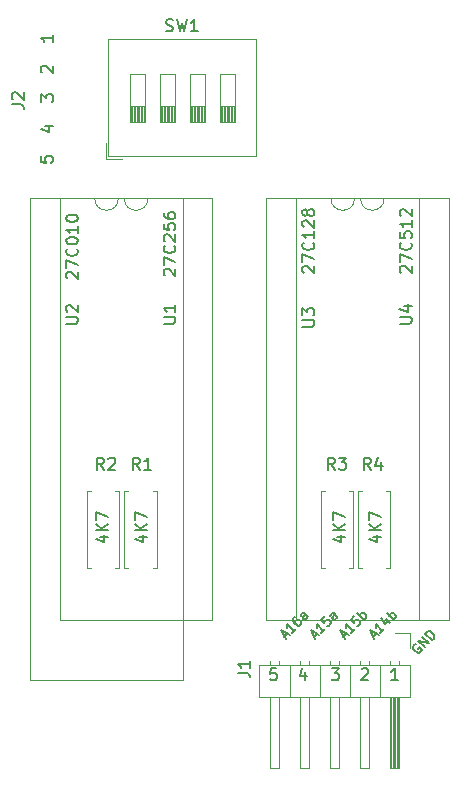
<source format=gto>
G04 #@! TF.GenerationSoftware,KiCad,Pcbnew,(5.1.6)-1*
G04 #@! TF.CreationDate,2020-07-20T19:56:41+03:00*
G04 #@! TF.ProjectId,CPC_MultiROM_01,4350435f-4d75-46c7-9469-524f4d5f3031,rev?*
G04 #@! TF.SameCoordinates,Original*
G04 #@! TF.FileFunction,Legend,Top*
G04 #@! TF.FilePolarity,Positive*
%FSLAX46Y46*%
G04 Gerber Fmt 4.6, Leading zero omitted, Abs format (unit mm)*
G04 Created by KiCad (PCBNEW (5.1.6)-1) date 2020-07-20 19:56:41*
%MOMM*%
%LPD*%
G01*
G04 APERTURE LIST*
%ADD10C,0.150000*%
%ADD11C,0.120000*%
G04 APERTURE END LIST*
D10*
X125552380Y-64111904D02*
X125552380Y-64588095D01*
X126028571Y-64635714D01*
X125980952Y-64588095D01*
X125933333Y-64492857D01*
X125933333Y-64254761D01*
X125980952Y-64159523D01*
X126028571Y-64111904D01*
X126123809Y-64064285D01*
X126361904Y-64064285D01*
X126457142Y-64111904D01*
X126504761Y-64159523D01*
X126552380Y-64254761D01*
X126552380Y-64492857D01*
X126504761Y-64588095D01*
X126457142Y-64635714D01*
X125935714Y-61559523D02*
X126602380Y-61559523D01*
X125554761Y-61797619D02*
X126269047Y-62035714D01*
X126269047Y-61416666D01*
X125602380Y-59483333D02*
X125602380Y-58864285D01*
X125983333Y-59197619D01*
X125983333Y-59054761D01*
X126030952Y-58959523D01*
X126078571Y-58911904D01*
X126173809Y-58864285D01*
X126411904Y-58864285D01*
X126507142Y-58911904D01*
X126554761Y-58959523D01*
X126602380Y-59054761D01*
X126602380Y-59340476D01*
X126554761Y-59435714D01*
X126507142Y-59483333D01*
X125647619Y-56985714D02*
X125600000Y-56938095D01*
X125552380Y-56842857D01*
X125552380Y-56604761D01*
X125600000Y-56509523D01*
X125647619Y-56461904D01*
X125742857Y-56414285D01*
X125838095Y-56414285D01*
X125980952Y-56461904D01*
X126552380Y-57033333D01*
X126552380Y-56414285D01*
X126552380Y-53814285D02*
X126552380Y-54385714D01*
X126552380Y-54100000D02*
X125552380Y-54100000D01*
X125695238Y-54195238D01*
X125790476Y-54290476D01*
X125838095Y-54385714D01*
X155785714Y-108452380D02*
X155214285Y-108452380D01*
X155500000Y-108452380D02*
X155500000Y-107452380D01*
X155404761Y-107595238D01*
X155309523Y-107690476D01*
X155214285Y-107738095D01*
X152714285Y-107547619D02*
X152761904Y-107500000D01*
X152857142Y-107452380D01*
X153095238Y-107452380D01*
X153190476Y-107500000D01*
X153238095Y-107547619D01*
X153285714Y-107642857D01*
X153285714Y-107738095D01*
X153238095Y-107880952D01*
X152666666Y-108452380D01*
X153285714Y-108452380D01*
X150166666Y-107452380D02*
X150785714Y-107452380D01*
X150452380Y-107833333D01*
X150595238Y-107833333D01*
X150690476Y-107880952D01*
X150738095Y-107928571D01*
X150785714Y-108023809D01*
X150785714Y-108261904D01*
X150738095Y-108357142D01*
X150690476Y-108404761D01*
X150595238Y-108452380D01*
X150309523Y-108452380D01*
X150214285Y-108404761D01*
X150166666Y-108357142D01*
X147940476Y-107785714D02*
X147940476Y-108452380D01*
X147702380Y-107404761D02*
X147464285Y-108119047D01*
X148083333Y-108119047D01*
X145488095Y-107452380D02*
X145011904Y-107452380D01*
X144964285Y-107928571D01*
X145011904Y-107880952D01*
X145107142Y-107833333D01*
X145345238Y-107833333D01*
X145440476Y-107880952D01*
X145488095Y-107928571D01*
X145535714Y-108023809D01*
X145535714Y-108261904D01*
X145488095Y-108357142D01*
X145440476Y-108404761D01*
X145345238Y-108452380D01*
X145107142Y-108452380D01*
X145011904Y-108404761D01*
X144964285Y-108357142D01*
X157286158Y-105398155D02*
X157205346Y-105425093D01*
X157124534Y-105505905D01*
X157070659Y-105613654D01*
X157070659Y-105721404D01*
X157097597Y-105802216D01*
X157178409Y-105936903D01*
X157259221Y-106017715D01*
X157393908Y-106098528D01*
X157474720Y-106125465D01*
X157582470Y-106125465D01*
X157690219Y-106071590D01*
X157744094Y-106017715D01*
X157797969Y-105909966D01*
X157797969Y-105856091D01*
X157609407Y-105667529D01*
X157501658Y-105775279D01*
X158094280Y-105667529D02*
X157528595Y-105101844D01*
X158417529Y-105344280D01*
X157851844Y-104778595D01*
X158686903Y-105074906D02*
X158121218Y-104509221D01*
X158255905Y-104374534D01*
X158363654Y-104320659D01*
X158471404Y-104320659D01*
X158552216Y-104347597D01*
X158686903Y-104428409D01*
X158767715Y-104509221D01*
X158848528Y-104643908D01*
X158875465Y-104724720D01*
X158875465Y-104832470D01*
X158821590Y-104940219D01*
X158686903Y-105074906D01*
X153664940Y-104773621D02*
X153934314Y-104504247D01*
X153772690Y-104989120D02*
X153395566Y-104234873D01*
X154149813Y-104611996D01*
X154634687Y-104127123D02*
X154311438Y-104450372D01*
X154473062Y-104288748D02*
X153907377Y-103723062D01*
X153934314Y-103857749D01*
X153934314Y-103965499D01*
X153907377Y-104046311D01*
X154742436Y-103265126D02*
X155119560Y-103642250D01*
X154392250Y-103184314D02*
X154661624Y-103723062D01*
X155011810Y-103372876D01*
X155415871Y-103345938D02*
X154850186Y-102780253D01*
X155065685Y-102995752D02*
X155092622Y-102914940D01*
X155200372Y-102807190D01*
X155281184Y-102780253D01*
X155335059Y-102780253D01*
X155415871Y-102807190D01*
X155577496Y-102968815D01*
X155604433Y-103049627D01*
X155604433Y-103103502D01*
X155577496Y-103184314D01*
X155469746Y-103292064D01*
X155388934Y-103319001D01*
X151164940Y-104773621D02*
X151434314Y-104504247D01*
X151272690Y-104989120D02*
X150895566Y-104234873D01*
X151649813Y-104611996D01*
X152134687Y-104127123D02*
X151811438Y-104450372D01*
X151973062Y-104288748D02*
X151407377Y-103723062D01*
X151434314Y-103857749D01*
X151434314Y-103965499D01*
X151407377Y-104046311D01*
X152080812Y-103049627D02*
X151811438Y-103319001D01*
X152053874Y-103615312D01*
X152053874Y-103561438D01*
X152080812Y-103480625D01*
X152215499Y-103345938D01*
X152296311Y-103319001D01*
X152350186Y-103319001D01*
X152430998Y-103345938D01*
X152565685Y-103480625D01*
X152592622Y-103561438D01*
X152592622Y-103615312D01*
X152565685Y-103696125D01*
X152430998Y-103830812D01*
X152350186Y-103857749D01*
X152296311Y-103857749D01*
X152915871Y-103345938D02*
X152350186Y-102780253D01*
X152565685Y-102995752D02*
X152592622Y-102914940D01*
X152700372Y-102807190D01*
X152781184Y-102780253D01*
X152835059Y-102780253D01*
X152915871Y-102807190D01*
X153077496Y-102968815D01*
X153104433Y-103049627D01*
X153104433Y-103103502D01*
X153077496Y-103184314D01*
X152969746Y-103292064D01*
X152888934Y-103319001D01*
X146164940Y-104773621D02*
X146434314Y-104504247D01*
X146272690Y-104989120D02*
X145895566Y-104234873D01*
X146649813Y-104611996D01*
X147134687Y-104127123D02*
X146811438Y-104450372D01*
X146973062Y-104288748D02*
X146407377Y-103723062D01*
X146434314Y-103857749D01*
X146434314Y-103965499D01*
X146407377Y-104046311D01*
X147053874Y-103076564D02*
X146946125Y-103184314D01*
X146919187Y-103265126D01*
X146919187Y-103319001D01*
X146946125Y-103453688D01*
X147026937Y-103588375D01*
X147242436Y-103803874D01*
X147323248Y-103830812D01*
X147377123Y-103830812D01*
X147457935Y-103803874D01*
X147565685Y-103696125D01*
X147592622Y-103615312D01*
X147592622Y-103561438D01*
X147565685Y-103480625D01*
X147430998Y-103345938D01*
X147350186Y-103319001D01*
X147296311Y-103319001D01*
X147215499Y-103345938D01*
X147107749Y-103453688D01*
X147080812Y-103534500D01*
X147080812Y-103588375D01*
X147107749Y-103669187D01*
X148158308Y-103103502D02*
X147861996Y-102807190D01*
X147781184Y-102780253D01*
X147700372Y-102807190D01*
X147592622Y-102914940D01*
X147565685Y-102995752D01*
X148131370Y-103076564D02*
X148104433Y-103157377D01*
X147969746Y-103292064D01*
X147888934Y-103319001D01*
X147808122Y-103292064D01*
X147754247Y-103238189D01*
X147727309Y-103157377D01*
X147754247Y-103076564D01*
X147888934Y-102941877D01*
X147915871Y-102861065D01*
X148664940Y-104773621D02*
X148934314Y-104504247D01*
X148772690Y-104989120D02*
X148395566Y-104234873D01*
X149149813Y-104611996D01*
X149634687Y-104127123D02*
X149311438Y-104450372D01*
X149473062Y-104288748D02*
X148907377Y-103723062D01*
X148934314Y-103857749D01*
X148934314Y-103965499D01*
X148907377Y-104046311D01*
X149580812Y-103049627D02*
X149311438Y-103319001D01*
X149553874Y-103615312D01*
X149553874Y-103561438D01*
X149580812Y-103480625D01*
X149715499Y-103345938D01*
X149796311Y-103319001D01*
X149850186Y-103319001D01*
X149930998Y-103345938D01*
X150065685Y-103480625D01*
X150092622Y-103561438D01*
X150092622Y-103615312D01*
X150065685Y-103696125D01*
X149930998Y-103830812D01*
X149850186Y-103857749D01*
X149796311Y-103857749D01*
X150658308Y-103103502D02*
X150361996Y-102807190D01*
X150281184Y-102780253D01*
X150200372Y-102807190D01*
X150092622Y-102914940D01*
X150065685Y-102995752D01*
X150631370Y-103076564D02*
X150604433Y-103157377D01*
X150469746Y-103292064D01*
X150388934Y-103319001D01*
X150308122Y-103292064D01*
X150254247Y-103238189D01*
X150227309Y-103157377D01*
X150254247Y-103076564D01*
X150388934Y-102941877D01*
X150415871Y-102861065D01*
D11*
X152710000Y-98960000D02*
X152380000Y-98960000D01*
X152380000Y-98960000D02*
X152380000Y-92420000D01*
X152380000Y-92420000D02*
X152710000Y-92420000D01*
X154790000Y-98960000D02*
X155120000Y-98960000D01*
X155120000Y-98960000D02*
X155120000Y-92420000D01*
X155120000Y-92420000D02*
X154790000Y-92420000D01*
X149582000Y-98960000D02*
X149252000Y-98960000D01*
X149252000Y-98960000D02*
X149252000Y-92420000D01*
X149252000Y-92420000D02*
X149582000Y-92420000D01*
X151662000Y-98960000D02*
X151992000Y-98960000D01*
X151992000Y-98960000D02*
X151992000Y-92420000D01*
X151992000Y-92420000D02*
X151662000Y-92420000D01*
X129770000Y-98960000D02*
X129440000Y-98960000D01*
X129440000Y-98960000D02*
X129440000Y-92420000D01*
X129440000Y-92420000D02*
X129770000Y-92420000D01*
X131850000Y-98960000D02*
X132180000Y-98960000D01*
X132180000Y-98960000D02*
X132180000Y-92420000D01*
X132180000Y-92420000D02*
X131850000Y-92420000D01*
X132960000Y-98960000D02*
X132630000Y-98960000D01*
X132630000Y-98960000D02*
X132630000Y-92420000D01*
X132630000Y-92420000D02*
X132960000Y-92420000D01*
X135040000Y-98960000D02*
X135370000Y-98960000D01*
X135370000Y-98960000D02*
X135370000Y-92420000D01*
X135370000Y-92420000D02*
X135040000Y-92420000D01*
X131280000Y-64090000D02*
X131280000Y-54190000D01*
X143740000Y-64090000D02*
X143740000Y-54190000D01*
X131280000Y-64090000D02*
X143740000Y-64090000D01*
X131280000Y-54190000D02*
X143740000Y-54190000D01*
X131040000Y-64330000D02*
X131040000Y-62946000D01*
X131040000Y-64330000D02*
X132423000Y-64330000D01*
X133065000Y-61170000D02*
X134335000Y-61170000D01*
X134335000Y-61170000D02*
X134335000Y-57110000D01*
X134335000Y-57110000D02*
X133065000Y-57110000D01*
X133065000Y-57110000D02*
X133065000Y-61170000D01*
X133185000Y-61170000D02*
X133185000Y-59816667D01*
X133305000Y-61170000D02*
X133305000Y-59816667D01*
X133425000Y-61170000D02*
X133425000Y-59816667D01*
X133545000Y-61170000D02*
X133545000Y-59816667D01*
X133665000Y-61170000D02*
X133665000Y-59816667D01*
X133785000Y-61170000D02*
X133785000Y-59816667D01*
X133905000Y-61170000D02*
X133905000Y-59816667D01*
X134025000Y-61170000D02*
X134025000Y-59816667D01*
X134145000Y-61170000D02*
X134145000Y-59816667D01*
X134265000Y-61170000D02*
X134265000Y-59816667D01*
X133065000Y-59816667D02*
X134335000Y-59816667D01*
X135605000Y-61170000D02*
X136875000Y-61170000D01*
X136875000Y-61170000D02*
X136875000Y-57110000D01*
X136875000Y-57110000D02*
X135605000Y-57110000D01*
X135605000Y-57110000D02*
X135605000Y-61170000D01*
X135725000Y-61170000D02*
X135725000Y-59816667D01*
X135845000Y-61170000D02*
X135845000Y-59816667D01*
X135965000Y-61170000D02*
X135965000Y-59816667D01*
X136085000Y-61170000D02*
X136085000Y-59816667D01*
X136205000Y-61170000D02*
X136205000Y-59816667D01*
X136325000Y-61170000D02*
X136325000Y-59816667D01*
X136445000Y-61170000D02*
X136445000Y-59816667D01*
X136565000Y-61170000D02*
X136565000Y-59816667D01*
X136685000Y-61170000D02*
X136685000Y-59816667D01*
X136805000Y-61170000D02*
X136805000Y-59816667D01*
X135605000Y-59816667D02*
X136875000Y-59816667D01*
X138145000Y-61170000D02*
X139415000Y-61170000D01*
X139415000Y-61170000D02*
X139415000Y-57110000D01*
X139415000Y-57110000D02*
X138145000Y-57110000D01*
X138145000Y-57110000D02*
X138145000Y-61170000D01*
X138265000Y-61170000D02*
X138265000Y-59816667D01*
X138385000Y-61170000D02*
X138385000Y-59816667D01*
X138505000Y-61170000D02*
X138505000Y-59816667D01*
X138625000Y-61170000D02*
X138625000Y-59816667D01*
X138745000Y-61170000D02*
X138745000Y-59816667D01*
X138865000Y-61170000D02*
X138865000Y-59816667D01*
X138985000Y-61170000D02*
X138985000Y-59816667D01*
X139105000Y-61170000D02*
X139105000Y-59816667D01*
X139225000Y-61170000D02*
X139225000Y-59816667D01*
X139345000Y-61170000D02*
X139345000Y-59816667D01*
X138145000Y-59816667D02*
X139415000Y-59816667D01*
X140685000Y-61170000D02*
X141955000Y-61170000D01*
X141955000Y-61170000D02*
X141955000Y-57110000D01*
X141955000Y-57110000D02*
X140685000Y-57110000D01*
X140685000Y-57110000D02*
X140685000Y-61170000D01*
X140805000Y-61170000D02*
X140805000Y-59816667D01*
X140925000Y-61170000D02*
X140925000Y-59816667D01*
X141045000Y-61170000D02*
X141045000Y-59816667D01*
X141165000Y-61170000D02*
X141165000Y-59816667D01*
X141285000Y-61170000D02*
X141285000Y-59816667D01*
X141405000Y-61170000D02*
X141405000Y-59816667D01*
X141525000Y-61170000D02*
X141525000Y-59816667D01*
X141645000Y-61170000D02*
X141645000Y-59816667D01*
X141765000Y-61170000D02*
X141765000Y-59816667D01*
X141885000Y-61170000D02*
X141885000Y-59816667D01*
X140685000Y-59816667D02*
X141955000Y-59816667D01*
X150120000Y-67670000D02*
X144660000Y-67670000D01*
X144660000Y-67670000D02*
X144660000Y-103350000D01*
X144660000Y-103350000D02*
X157580000Y-103350000D01*
X157580000Y-103350000D02*
X157580000Y-67670000D01*
X157580000Y-67670000D02*
X152120000Y-67670000D01*
X152120000Y-67670000D02*
G75*
G02*
X150120000Y-67670000I-1000000J0D01*
G01*
X156830000Y-107190000D02*
X144010000Y-107190000D01*
X144010000Y-107190000D02*
X144010000Y-109850000D01*
X144010000Y-109850000D02*
X156830000Y-109850000D01*
X156830000Y-109850000D02*
X156830000Y-107190000D01*
X155880000Y-109850000D02*
X155880000Y-115850000D01*
X155880000Y-115850000D02*
X155120000Y-115850000D01*
X155120000Y-115850000D02*
X155120000Y-109850000D01*
X155820000Y-109850000D02*
X155820000Y-115850000D01*
X155700000Y-109850000D02*
X155700000Y-115850000D01*
X155580000Y-109850000D02*
X155580000Y-115850000D01*
X155460000Y-109850000D02*
X155460000Y-115850000D01*
X155340000Y-109850000D02*
X155340000Y-115850000D01*
X155220000Y-109850000D02*
X155220000Y-115850000D01*
X155880000Y-106860000D02*
X155880000Y-107190000D01*
X155120000Y-106860000D02*
X155120000Y-107190000D01*
X154230000Y-107190000D02*
X154230000Y-109850000D01*
X153340000Y-109850000D02*
X153340000Y-115850000D01*
X153340000Y-115850000D02*
X152580000Y-115850000D01*
X152580000Y-115850000D02*
X152580000Y-109850000D01*
X153340000Y-106792929D02*
X153340000Y-107190000D01*
X152580000Y-106792929D02*
X152580000Y-107190000D01*
X151690000Y-107190000D02*
X151690000Y-109850000D01*
X150800000Y-109850000D02*
X150800000Y-115850000D01*
X150800000Y-115850000D02*
X150040000Y-115850000D01*
X150040000Y-115850000D02*
X150040000Y-109850000D01*
X150800000Y-106792929D02*
X150800000Y-107190000D01*
X150040000Y-106792929D02*
X150040000Y-107190000D01*
X149150000Y-107190000D02*
X149150000Y-109850000D01*
X148260000Y-109850000D02*
X148260000Y-115850000D01*
X148260000Y-115850000D02*
X147500000Y-115850000D01*
X147500000Y-115850000D02*
X147500000Y-109850000D01*
X148260000Y-106792929D02*
X148260000Y-107190000D01*
X147500000Y-106792929D02*
X147500000Y-107190000D01*
X146610000Y-107190000D02*
X146610000Y-109850000D01*
X145720000Y-109850000D02*
X145720000Y-115850000D01*
X145720000Y-115850000D02*
X144960000Y-115850000D01*
X144960000Y-115850000D02*
X144960000Y-109850000D01*
X145720000Y-106792929D02*
X145720000Y-107190000D01*
X144960000Y-106792929D02*
X144960000Y-107190000D01*
X155500000Y-104480000D02*
X156770000Y-104480000D01*
X156770000Y-104480000D02*
X156770000Y-105750000D01*
X152620000Y-67670000D02*
X147160000Y-67670000D01*
X147160000Y-67670000D02*
X147160000Y-103350000D01*
X147160000Y-103350000D02*
X160080000Y-103350000D01*
X160080000Y-103350000D02*
X160080000Y-67670000D01*
X160080000Y-67670000D02*
X154620000Y-67670000D01*
X154620000Y-67670000D02*
G75*
G02*
X152620000Y-67670000I-1000000J0D01*
G01*
X130120000Y-67670000D02*
X124660000Y-67670000D01*
X124660000Y-67670000D02*
X124660000Y-108430000D01*
X124660000Y-108430000D02*
X137580000Y-108430000D01*
X137580000Y-108430000D02*
X137580000Y-67670000D01*
X137580000Y-67670000D02*
X132120000Y-67670000D01*
X132120000Y-67670000D02*
G75*
G02*
X130120000Y-67670000I-1000000J0D01*
G01*
X132620000Y-67670000D02*
X127160000Y-67670000D01*
X127160000Y-67670000D02*
X127160000Y-103350000D01*
X127160000Y-103350000D02*
X140080000Y-103350000D01*
X140080000Y-103350000D02*
X140080000Y-67670000D01*
X140080000Y-67670000D02*
X134620000Y-67670000D01*
X134620000Y-67670000D02*
G75*
G02*
X132620000Y-67670000I-1000000J0D01*
G01*
D10*
X153503333Y-90622380D02*
X153170000Y-90146190D01*
X152931904Y-90622380D02*
X152931904Y-89622380D01*
X153312857Y-89622380D01*
X153408095Y-89670000D01*
X153455714Y-89717619D01*
X153503333Y-89812857D01*
X153503333Y-89955714D01*
X153455714Y-90050952D01*
X153408095Y-90098571D01*
X153312857Y-90146190D01*
X152931904Y-90146190D01*
X154360476Y-89955714D02*
X154360476Y-90622380D01*
X154122380Y-89574761D02*
X153884285Y-90289047D01*
X154503333Y-90289047D01*
X153709714Y-96289714D02*
X154376380Y-96289714D01*
X153328761Y-96527809D02*
X154043047Y-96765904D01*
X154043047Y-96146857D01*
X154376380Y-95765904D02*
X153376380Y-95765904D01*
X154376380Y-95194476D02*
X153804952Y-95623047D01*
X153376380Y-95194476D02*
X153947809Y-95765904D01*
X153376380Y-94861142D02*
X153376380Y-94194476D01*
X154376380Y-94623047D01*
X150455333Y-90622380D02*
X150122000Y-90146190D01*
X149883904Y-90622380D02*
X149883904Y-89622380D01*
X150264857Y-89622380D01*
X150360095Y-89670000D01*
X150407714Y-89717619D01*
X150455333Y-89812857D01*
X150455333Y-89955714D01*
X150407714Y-90050952D01*
X150360095Y-90098571D01*
X150264857Y-90146190D01*
X149883904Y-90146190D01*
X150788666Y-89622380D02*
X151407714Y-89622380D01*
X151074380Y-90003333D01*
X151217238Y-90003333D01*
X151312476Y-90050952D01*
X151360095Y-90098571D01*
X151407714Y-90193809D01*
X151407714Y-90431904D01*
X151360095Y-90527142D01*
X151312476Y-90574761D01*
X151217238Y-90622380D01*
X150931523Y-90622380D01*
X150836285Y-90574761D01*
X150788666Y-90527142D01*
X150661714Y-96289714D02*
X151328380Y-96289714D01*
X150280761Y-96527809D02*
X150995047Y-96765904D01*
X150995047Y-96146857D01*
X151328380Y-95765904D02*
X150328380Y-95765904D01*
X151328380Y-95194476D02*
X150756952Y-95623047D01*
X150328380Y-95194476D02*
X150899809Y-95765904D01*
X150328380Y-94861142D02*
X150328380Y-94194476D01*
X151328380Y-94623047D01*
X130897333Y-90622380D02*
X130564000Y-90146190D01*
X130325904Y-90622380D02*
X130325904Y-89622380D01*
X130706857Y-89622380D01*
X130802095Y-89670000D01*
X130849714Y-89717619D01*
X130897333Y-89812857D01*
X130897333Y-89955714D01*
X130849714Y-90050952D01*
X130802095Y-90098571D01*
X130706857Y-90146190D01*
X130325904Y-90146190D01*
X131278285Y-89717619D02*
X131325904Y-89670000D01*
X131421142Y-89622380D01*
X131659238Y-89622380D01*
X131754476Y-89670000D01*
X131802095Y-89717619D01*
X131849714Y-89812857D01*
X131849714Y-89908095D01*
X131802095Y-90050952D01*
X131230666Y-90622380D01*
X131849714Y-90622380D01*
X130595714Y-96289714D02*
X131262380Y-96289714D01*
X130214761Y-96527809D02*
X130929047Y-96765904D01*
X130929047Y-96146857D01*
X131262380Y-95765904D02*
X130262380Y-95765904D01*
X131262380Y-95194476D02*
X130690952Y-95623047D01*
X130262380Y-95194476D02*
X130833809Y-95765904D01*
X130262380Y-94861142D02*
X130262380Y-94194476D01*
X131262380Y-94623047D01*
X133945333Y-90622380D02*
X133612000Y-90146190D01*
X133373904Y-90622380D02*
X133373904Y-89622380D01*
X133754857Y-89622380D01*
X133850095Y-89670000D01*
X133897714Y-89717619D01*
X133945333Y-89812857D01*
X133945333Y-89955714D01*
X133897714Y-90050952D01*
X133850095Y-90098571D01*
X133754857Y-90146190D01*
X133373904Y-90146190D01*
X134897714Y-90622380D02*
X134326285Y-90622380D01*
X134612000Y-90622380D02*
X134612000Y-89622380D01*
X134516761Y-89765238D01*
X134421523Y-89860476D01*
X134326285Y-89908095D01*
X133897714Y-96289714D02*
X134564380Y-96289714D01*
X133516761Y-96527809D02*
X134231047Y-96765904D01*
X134231047Y-96146857D01*
X134564380Y-95765904D02*
X133564380Y-95765904D01*
X134564380Y-95194476D02*
X133992952Y-95623047D01*
X133564380Y-95194476D02*
X134135809Y-95765904D01*
X133564380Y-94861142D02*
X133564380Y-94194476D01*
X134564380Y-94623047D01*
X136166666Y-53454761D02*
X136309523Y-53502380D01*
X136547619Y-53502380D01*
X136642857Y-53454761D01*
X136690476Y-53407142D01*
X136738095Y-53311904D01*
X136738095Y-53216666D01*
X136690476Y-53121428D01*
X136642857Y-53073809D01*
X136547619Y-53026190D01*
X136357142Y-52978571D01*
X136261904Y-52930952D01*
X136214285Y-52883333D01*
X136166666Y-52788095D01*
X136166666Y-52692857D01*
X136214285Y-52597619D01*
X136261904Y-52550000D01*
X136357142Y-52502380D01*
X136595238Y-52502380D01*
X136738095Y-52550000D01*
X137071428Y-52502380D02*
X137309523Y-53502380D01*
X137500000Y-52788095D01*
X137690476Y-53502380D01*
X137928571Y-52502380D01*
X138833333Y-53502380D02*
X138261904Y-53502380D01*
X138547619Y-53502380D02*
X138547619Y-52502380D01*
X138452380Y-52645238D01*
X138357142Y-52740476D01*
X138261904Y-52788095D01*
X123102380Y-59683333D02*
X123816666Y-59683333D01*
X123959523Y-59730952D01*
X124054761Y-59826190D01*
X124102380Y-59969047D01*
X124102380Y-60064285D01*
X123197619Y-59254761D02*
X123150000Y-59207142D01*
X123102380Y-59111904D01*
X123102380Y-58873809D01*
X123150000Y-58778571D01*
X123197619Y-58730952D01*
X123292857Y-58683333D01*
X123388095Y-58683333D01*
X123530952Y-58730952D01*
X124102380Y-59302380D01*
X124102380Y-58683333D01*
X147702380Y-78511904D02*
X148511904Y-78511904D01*
X148607142Y-78464285D01*
X148654761Y-78416666D01*
X148702380Y-78321428D01*
X148702380Y-78130952D01*
X148654761Y-78035714D01*
X148607142Y-77988095D01*
X148511904Y-77940476D01*
X147702380Y-77940476D01*
X147702380Y-77559523D02*
X147702380Y-76940476D01*
X148083333Y-77273809D01*
X148083333Y-77130952D01*
X148130952Y-77035714D01*
X148178571Y-76988095D01*
X148273809Y-76940476D01*
X148511904Y-76940476D01*
X148607142Y-76988095D01*
X148654761Y-77035714D01*
X148702380Y-77130952D01*
X148702380Y-77416666D01*
X148654761Y-77511904D01*
X148607142Y-77559523D01*
X147797619Y-73940476D02*
X147750000Y-73892857D01*
X147702380Y-73797619D01*
X147702380Y-73559523D01*
X147750000Y-73464285D01*
X147797619Y-73416666D01*
X147892857Y-73369047D01*
X147988095Y-73369047D01*
X148130952Y-73416666D01*
X148702380Y-73988095D01*
X148702380Y-73369047D01*
X147702380Y-73035714D02*
X147702380Y-72369047D01*
X148702380Y-72797619D01*
X148607142Y-71416666D02*
X148654761Y-71464285D01*
X148702380Y-71607142D01*
X148702380Y-71702380D01*
X148654761Y-71845238D01*
X148559523Y-71940476D01*
X148464285Y-71988095D01*
X148273809Y-72035714D01*
X148130952Y-72035714D01*
X147940476Y-71988095D01*
X147845238Y-71940476D01*
X147750000Y-71845238D01*
X147702380Y-71702380D01*
X147702380Y-71607142D01*
X147750000Y-71464285D01*
X147797619Y-71416666D01*
X148702380Y-70464285D02*
X148702380Y-71035714D01*
X148702380Y-70750000D02*
X147702380Y-70750000D01*
X147845238Y-70845238D01*
X147940476Y-70940476D01*
X147988095Y-71035714D01*
X147797619Y-70083333D02*
X147750000Y-70035714D01*
X147702380Y-69940476D01*
X147702380Y-69702380D01*
X147750000Y-69607142D01*
X147797619Y-69559523D01*
X147892857Y-69511904D01*
X147988095Y-69511904D01*
X148130952Y-69559523D01*
X148702380Y-70130952D01*
X148702380Y-69511904D01*
X148130952Y-68940476D02*
X148083333Y-69035714D01*
X148035714Y-69083333D01*
X147940476Y-69130952D01*
X147892857Y-69130952D01*
X147797619Y-69083333D01*
X147750000Y-69035714D01*
X147702380Y-68940476D01*
X147702380Y-68750000D01*
X147750000Y-68654761D01*
X147797619Y-68607142D01*
X147892857Y-68559523D01*
X147940476Y-68559523D01*
X148035714Y-68607142D01*
X148083333Y-68654761D01*
X148130952Y-68750000D01*
X148130952Y-68940476D01*
X148178571Y-69035714D01*
X148226190Y-69083333D01*
X148321428Y-69130952D01*
X148511904Y-69130952D01*
X148607142Y-69083333D01*
X148654761Y-69035714D01*
X148702380Y-68940476D01*
X148702380Y-68750000D01*
X148654761Y-68654761D01*
X148607142Y-68607142D01*
X148511904Y-68559523D01*
X148321428Y-68559523D01*
X148226190Y-68607142D01*
X148178571Y-68654761D01*
X148130952Y-68750000D01*
X142252380Y-107833333D02*
X142966666Y-107833333D01*
X143109523Y-107880952D01*
X143204761Y-107976190D01*
X143252380Y-108119047D01*
X143252380Y-108214285D01*
X143252380Y-106833333D02*
X143252380Y-107404761D01*
X143252380Y-107119047D02*
X142252380Y-107119047D01*
X142395238Y-107214285D01*
X142490476Y-107309523D01*
X142538095Y-107404761D01*
X155952380Y-78261904D02*
X156761904Y-78261904D01*
X156857142Y-78214285D01*
X156904761Y-78166666D01*
X156952380Y-78071428D01*
X156952380Y-77880952D01*
X156904761Y-77785714D01*
X156857142Y-77738095D01*
X156761904Y-77690476D01*
X155952380Y-77690476D01*
X156285714Y-76785714D02*
X156952380Y-76785714D01*
X155904761Y-77023809D02*
X156619047Y-77261904D01*
X156619047Y-76642857D01*
X156047619Y-73940476D02*
X156000000Y-73892857D01*
X155952380Y-73797619D01*
X155952380Y-73559523D01*
X156000000Y-73464285D01*
X156047619Y-73416666D01*
X156142857Y-73369047D01*
X156238095Y-73369047D01*
X156380952Y-73416666D01*
X156952380Y-73988095D01*
X156952380Y-73369047D01*
X155952380Y-73035714D02*
X155952380Y-72369047D01*
X156952380Y-72797619D01*
X156857142Y-71416666D02*
X156904761Y-71464285D01*
X156952380Y-71607142D01*
X156952380Y-71702380D01*
X156904761Y-71845238D01*
X156809523Y-71940476D01*
X156714285Y-71988095D01*
X156523809Y-72035714D01*
X156380952Y-72035714D01*
X156190476Y-71988095D01*
X156095238Y-71940476D01*
X156000000Y-71845238D01*
X155952380Y-71702380D01*
X155952380Y-71607142D01*
X156000000Y-71464285D01*
X156047619Y-71416666D01*
X155952380Y-70511904D02*
X155952380Y-70988095D01*
X156428571Y-71035714D01*
X156380952Y-70988095D01*
X156333333Y-70892857D01*
X156333333Y-70654761D01*
X156380952Y-70559523D01*
X156428571Y-70511904D01*
X156523809Y-70464285D01*
X156761904Y-70464285D01*
X156857142Y-70511904D01*
X156904761Y-70559523D01*
X156952380Y-70654761D01*
X156952380Y-70892857D01*
X156904761Y-70988095D01*
X156857142Y-71035714D01*
X156952380Y-69511904D02*
X156952380Y-70083333D01*
X156952380Y-69797619D02*
X155952380Y-69797619D01*
X156095238Y-69892857D01*
X156190476Y-69988095D01*
X156238095Y-70083333D01*
X156047619Y-69130952D02*
X156000000Y-69083333D01*
X155952380Y-68988095D01*
X155952380Y-68750000D01*
X156000000Y-68654761D01*
X156047619Y-68607142D01*
X156142857Y-68559523D01*
X156238095Y-68559523D01*
X156380952Y-68607142D01*
X156952380Y-69178571D01*
X156952380Y-68559523D01*
X127702380Y-78261904D02*
X128511904Y-78261904D01*
X128607142Y-78214285D01*
X128654761Y-78166666D01*
X128702380Y-78071428D01*
X128702380Y-77880952D01*
X128654761Y-77785714D01*
X128607142Y-77738095D01*
X128511904Y-77690476D01*
X127702380Y-77690476D01*
X127797619Y-77261904D02*
X127750000Y-77214285D01*
X127702380Y-77119047D01*
X127702380Y-76880952D01*
X127750000Y-76785714D01*
X127797619Y-76738095D01*
X127892857Y-76690476D01*
X127988095Y-76690476D01*
X128130952Y-76738095D01*
X128702380Y-77309523D01*
X128702380Y-76690476D01*
X127797619Y-74440476D02*
X127750000Y-74392857D01*
X127702380Y-74297619D01*
X127702380Y-74059523D01*
X127750000Y-73964285D01*
X127797619Y-73916666D01*
X127892857Y-73869047D01*
X127988095Y-73869047D01*
X128130952Y-73916666D01*
X128702380Y-74488095D01*
X128702380Y-73869047D01*
X127702380Y-73535714D02*
X127702380Y-72869047D01*
X128702380Y-73297619D01*
X128607142Y-71916666D02*
X128654761Y-71964285D01*
X128702380Y-72107142D01*
X128702380Y-72202380D01*
X128654761Y-72345238D01*
X128559523Y-72440476D01*
X128464285Y-72488095D01*
X128273809Y-72535714D01*
X128130952Y-72535714D01*
X127940476Y-72488095D01*
X127845238Y-72440476D01*
X127750000Y-72345238D01*
X127702380Y-72202380D01*
X127702380Y-72107142D01*
X127750000Y-71964285D01*
X127797619Y-71916666D01*
X127702380Y-71297619D02*
X127702380Y-71202380D01*
X127750000Y-71107142D01*
X127797619Y-71059523D01*
X127892857Y-71011904D01*
X128083333Y-70964285D01*
X128321428Y-70964285D01*
X128511904Y-71011904D01*
X128607142Y-71059523D01*
X128654761Y-71107142D01*
X128702380Y-71202380D01*
X128702380Y-71297619D01*
X128654761Y-71392857D01*
X128607142Y-71440476D01*
X128511904Y-71488095D01*
X128321428Y-71535714D01*
X128083333Y-71535714D01*
X127892857Y-71488095D01*
X127797619Y-71440476D01*
X127750000Y-71392857D01*
X127702380Y-71297619D01*
X128702380Y-70011904D02*
X128702380Y-70583333D01*
X128702380Y-70297619D02*
X127702380Y-70297619D01*
X127845238Y-70392857D01*
X127940476Y-70488095D01*
X127988095Y-70583333D01*
X127702380Y-69392857D02*
X127702380Y-69297619D01*
X127750000Y-69202380D01*
X127797619Y-69154761D01*
X127892857Y-69107142D01*
X128083333Y-69059523D01*
X128321428Y-69059523D01*
X128511904Y-69107142D01*
X128607142Y-69154761D01*
X128654761Y-69202380D01*
X128702380Y-69297619D01*
X128702380Y-69392857D01*
X128654761Y-69488095D01*
X128607142Y-69535714D01*
X128511904Y-69583333D01*
X128321428Y-69630952D01*
X128083333Y-69630952D01*
X127892857Y-69583333D01*
X127797619Y-69535714D01*
X127750000Y-69488095D01*
X127702380Y-69392857D01*
X135952380Y-78261904D02*
X136761904Y-78261904D01*
X136857142Y-78214285D01*
X136904761Y-78166666D01*
X136952380Y-78071428D01*
X136952380Y-77880952D01*
X136904761Y-77785714D01*
X136857142Y-77738095D01*
X136761904Y-77690476D01*
X135952380Y-77690476D01*
X136952380Y-76690476D02*
X136952380Y-77261904D01*
X136952380Y-76976190D02*
X135952380Y-76976190D01*
X136095238Y-77071428D01*
X136190476Y-77166666D01*
X136238095Y-77261904D01*
X136047619Y-74190476D02*
X136000000Y-74142857D01*
X135952380Y-74047619D01*
X135952380Y-73809523D01*
X136000000Y-73714285D01*
X136047619Y-73666666D01*
X136142857Y-73619047D01*
X136238095Y-73619047D01*
X136380952Y-73666666D01*
X136952380Y-74238095D01*
X136952380Y-73619047D01*
X135952380Y-73285714D02*
X135952380Y-72619047D01*
X136952380Y-73047619D01*
X136857142Y-71666666D02*
X136904761Y-71714285D01*
X136952380Y-71857142D01*
X136952380Y-71952380D01*
X136904761Y-72095238D01*
X136809523Y-72190476D01*
X136714285Y-72238095D01*
X136523809Y-72285714D01*
X136380952Y-72285714D01*
X136190476Y-72238095D01*
X136095238Y-72190476D01*
X136000000Y-72095238D01*
X135952380Y-71952380D01*
X135952380Y-71857142D01*
X136000000Y-71714285D01*
X136047619Y-71666666D01*
X136047619Y-71285714D02*
X136000000Y-71238095D01*
X135952380Y-71142857D01*
X135952380Y-70904761D01*
X136000000Y-70809523D01*
X136047619Y-70761904D01*
X136142857Y-70714285D01*
X136238095Y-70714285D01*
X136380952Y-70761904D01*
X136952380Y-71333333D01*
X136952380Y-70714285D01*
X135952380Y-69809523D02*
X135952380Y-70285714D01*
X136428571Y-70333333D01*
X136380952Y-70285714D01*
X136333333Y-70190476D01*
X136333333Y-69952380D01*
X136380952Y-69857142D01*
X136428571Y-69809523D01*
X136523809Y-69761904D01*
X136761904Y-69761904D01*
X136857142Y-69809523D01*
X136904761Y-69857142D01*
X136952380Y-69952380D01*
X136952380Y-70190476D01*
X136904761Y-70285714D01*
X136857142Y-70333333D01*
X135952380Y-68904761D02*
X135952380Y-69095238D01*
X136000000Y-69190476D01*
X136047619Y-69238095D01*
X136190476Y-69333333D01*
X136380952Y-69380952D01*
X136761904Y-69380952D01*
X136857142Y-69333333D01*
X136904761Y-69285714D01*
X136952380Y-69190476D01*
X136952380Y-69000000D01*
X136904761Y-68904761D01*
X136857142Y-68857142D01*
X136761904Y-68809523D01*
X136523809Y-68809523D01*
X136428571Y-68857142D01*
X136380952Y-68904761D01*
X136333333Y-69000000D01*
X136333333Y-69190476D01*
X136380952Y-69285714D01*
X136428571Y-69333333D01*
X136523809Y-69380952D01*
M02*

</source>
